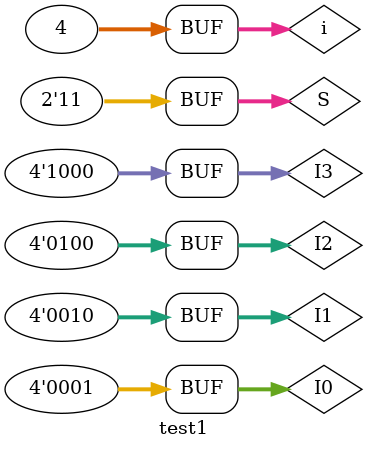
<source format=v>
`timescale 1ns / 1ps
module test1 ();
  integer i;
  reg [1:0] S;
  reg [3:0] I0, I1, I2, I3;
  wire [3:0] O;
  Mux4to14b test1 (
      S,
      I0,
      I1,
      I2,
      I3,
      O
  );
  initial begin
    I0 = 4'b0001;
    I1 = 4'b0010;
    I2 = 4'b0100;
    I3 = 4'b1000;
    for (i = 0; i < 4; i = i + 1) begin
      S = i;
      #200;
    end
  end
endmodule

</source>
